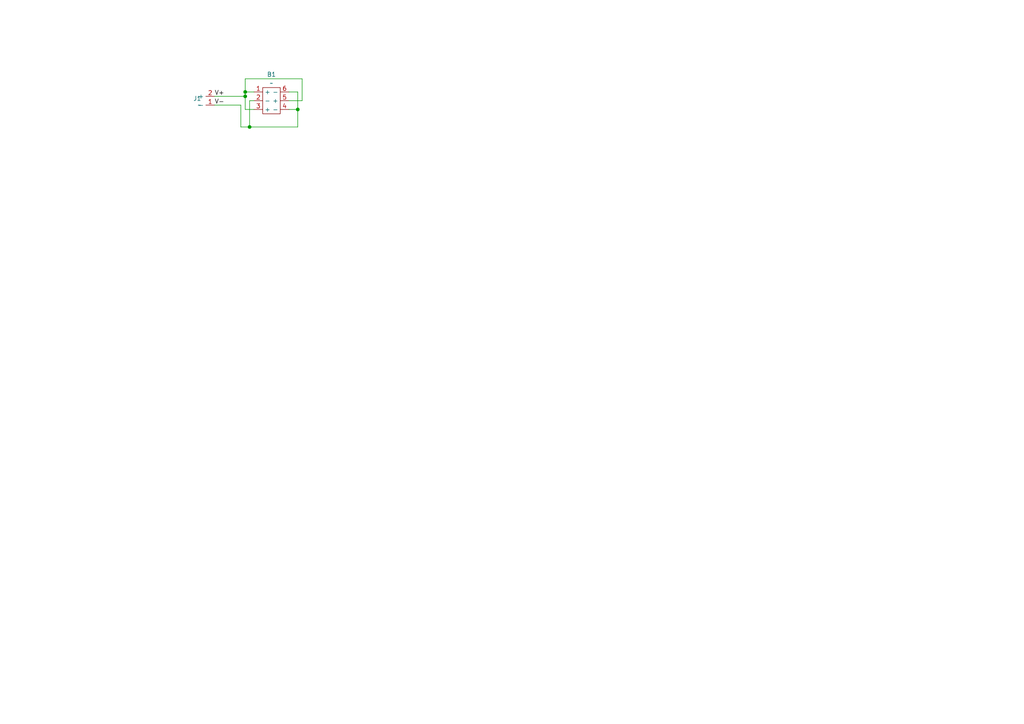
<source format=kicad_sch>
(kicad_sch (version 20231120) (generator "eeschema") (generator_version "8.0")
  (paper "A4")
  (lib_symbols
    (symbol "aaa:aaa-holder"
      (property "Reference" "B" (at 0 0 0))
      (symbol "aaa-holder_0_1"
        (rectangle (start 2.54 1.27) (end 7.62 -6.35))
      )
      (symbol "aaa-holder_1_1"
        (pin input line (at 0 0 0) (length 2.54) (name "+") (number "1"))
        (pin input line (at 0 -2.54 0) (length 2.54) (name "-") (number "2"))
        (pin input line (at 0 -5.08 0) (length 2.54) (name "+") (number "3"))
        (pin input line (at 10.16 -5.08 180) (length 2.54) (name "-") (number "4"))
        (pin input line (at 10.16 -2.54 180) (length 2.54) (name "+") (number "5"))
        (pin input line (at 10.16 0 180) (length 2.54) (name "-") (number "6"))
      )
    )
    (symbol "aaa:contacts"
      (property "Reference" "J" (at 0 0 0))
      (symbol "contacts_1_1"
        (pin input line (at 0 0 180) (length 2.54) (name "-") (number "1"))
        (pin input line (at 0 -2.54 180) (length 2.54) (name "+") (number "2"))
      )
    )
  )
  (junction (at 86.36 31.75))
  (junction (at 71.12 27.94))
  (junction (at 72.39 36.83))
  (junction (at 71.12 26.67))
  (wire (pts (xy 86.36 31.75) (xy 86.36 36.83)))
  (wire (pts (xy 87.63 22.86) (xy 71.12 22.86)))
  (wire (pts (xy 86.36 26.67) (xy 86.36 31.75)))
  (wire (pts (xy 72.39 29.21) (xy 72.39 36.83)))
  (wire (pts (xy 72.39 36.83) (xy 69.85 36.83)))
  (wire (pts (xy 72.39 36.83) (xy 86.36 36.83)))
  (wire (pts (xy 87.63 29.21) (xy 87.63 22.86)))
  (wire (pts (xy 83.82 29.21) (xy 87.63 29.21)))
  (wire (pts (xy 71.12 27.94) (xy 71.12 26.67)))
  (wire (pts (xy 83.82 31.75) (xy 86.36 31.75)))
  (wire (pts (xy 62.23 27.94) (xy 71.12 27.94)))
  (wire (pts (xy 62.23 30.48) (xy 69.85 30.48)))
  (wire (pts (xy 73.66 31.75) (xy 71.12 31.75)))
  (wire (pts (xy 69.85 30.48) (xy 69.85 36.83)))
  (wire (pts (xy 83.82 26.67) (xy 86.36 26.67)))
  (wire (pts (xy 72.39 29.21) (xy 73.66 29.21)))
  (wire (pts (xy 71.12 22.86) (xy 71.12 26.67)))
  (wire (pts (xy 73.66 26.67) (xy 71.12 26.67)))
  (wire (pts (xy 71.12 31.75) (xy 71.12 27.94)))
  (label "V-" (at 62.23 30.48 0))
  (label "V+" (at 62.23 27.94 0))
  (symbol (lib_id "aaa:contacts") (at 62.23 30.48 0) (mirror x) (unit 1)
    (property "Reference" "J1" (at 58.42 28.5749 0) (effects (justify right)))
    (property "Value" "~" (at 58.42 30.48 0) (effects (justify right)))
    (property "Footprint" "aaa:hp-contacts" (effects (hide yes)))
  )
  (symbol (lib_id "aaa:aaa-holder") (at 73.66 26.67 0) (unit 1)
    (property "Reference" "B1" (at 78.74 21.59 0))
    (property "Value" "~" (at 78.74 24.13 0))
    (property "Footprint" "aaa:aaa-holder-3x1-pins" (effects (hide yes)))
  )
)
</source>
